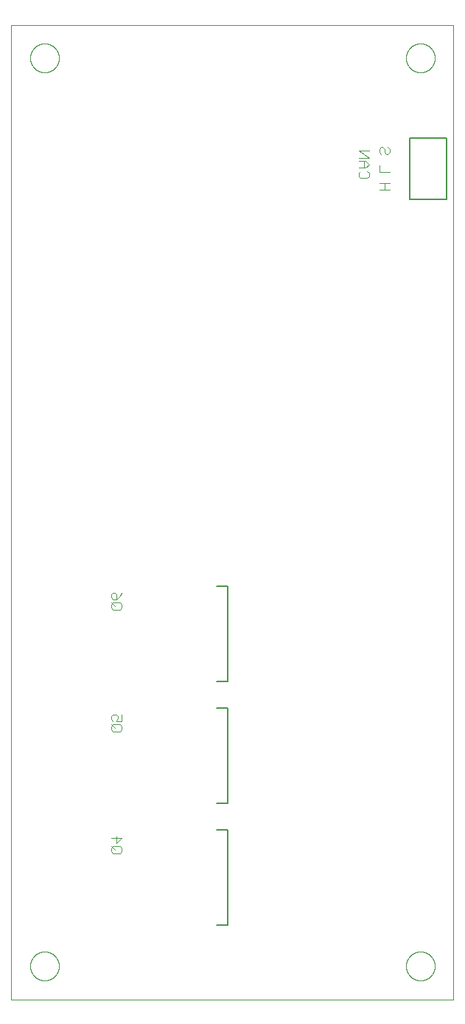
<source format=gbo>
G75*
%MOIN*%
%OFA0B0*%
%FSLAX25Y25*%
%IPPOS*%
%LPD*%
%AMOC8*
5,1,8,0,0,1.08239X$1,22.5*
%
%ADD10C,0.00300*%
%ADD11C,0.00400*%
%ADD12C,0.00800*%
%ADD13C,0.00000*%
%ADD14C,0.00500*%
D10*
X0255000Y0285000D02*
X0455000Y0285000D01*
X0455000Y0725000D01*
X0255000Y0725000D01*
X0255000Y0285000D01*
D11*
X0300967Y0350992D02*
X0300200Y0351759D01*
X0300200Y0353294D01*
X0300967Y0354061D01*
X0304037Y0354061D01*
X0304804Y0353294D01*
X0304804Y0351759D01*
X0304037Y0350992D01*
X0300967Y0350992D01*
X0301735Y0352527D02*
X0300200Y0354061D01*
X0302502Y0355596D02*
X0302502Y0358665D01*
X0304804Y0357898D02*
X0302502Y0355596D01*
X0300200Y0357898D02*
X0304804Y0357898D01*
X0304037Y0405992D02*
X0300967Y0405992D01*
X0300200Y0406759D01*
X0300200Y0408294D01*
X0300967Y0409061D01*
X0304037Y0409061D01*
X0304804Y0408294D01*
X0304804Y0406759D01*
X0304037Y0405992D01*
X0301735Y0407527D02*
X0300200Y0409061D01*
X0300967Y0410596D02*
X0300200Y0411363D01*
X0300200Y0412898D01*
X0300967Y0413665D01*
X0302502Y0413665D01*
X0303269Y0412898D01*
X0303269Y0412131D01*
X0302502Y0410596D01*
X0304804Y0410596D01*
X0304804Y0413665D01*
X0304037Y0460992D02*
X0300967Y0460992D01*
X0300200Y0461759D01*
X0300200Y0463294D01*
X0300967Y0464061D01*
X0304037Y0464061D01*
X0304804Y0463294D01*
X0304804Y0461759D01*
X0304037Y0460992D01*
X0301735Y0462527D02*
X0300200Y0464061D01*
X0300967Y0465596D02*
X0300200Y0466363D01*
X0300200Y0467898D01*
X0300967Y0468665D01*
X0301735Y0468665D01*
X0302502Y0467898D01*
X0302502Y0465596D01*
X0300967Y0465596D01*
X0302502Y0465596D02*
X0304037Y0467131D01*
X0304804Y0468665D01*
X0421450Y0650398D02*
X0426054Y0650398D01*
X0423752Y0650398D02*
X0423752Y0653467D01*
X0426054Y0653467D02*
X0421450Y0653467D01*
X0421450Y0658523D02*
X0421450Y0661592D01*
X0421450Y0658523D02*
X0426054Y0658523D01*
X0425287Y0666648D02*
X0424519Y0666648D01*
X0423752Y0667415D01*
X0423752Y0668950D01*
X0422985Y0669717D01*
X0422217Y0669717D01*
X0421450Y0668950D01*
X0421450Y0667415D01*
X0422217Y0666648D01*
X0425287Y0666648D02*
X0426054Y0667415D01*
X0426054Y0668950D01*
X0425287Y0669717D01*
X0416679Y0668071D02*
X0412075Y0668071D01*
X0416679Y0665002D01*
X0412075Y0665002D01*
X0412075Y0663467D02*
X0415144Y0663467D01*
X0416679Y0661933D01*
X0415144Y0660398D01*
X0412075Y0660398D01*
X0412842Y0658863D02*
X0412075Y0658096D01*
X0412075Y0656561D01*
X0412842Y0655794D01*
X0415912Y0655794D01*
X0416679Y0656561D01*
X0416679Y0658096D01*
X0415912Y0658863D01*
X0414377Y0660398D02*
X0414377Y0663467D01*
D12*
X0352992Y0471654D02*
X0347992Y0471654D01*
X0352992Y0471654D02*
X0352992Y0428346D01*
X0347992Y0428346D01*
X0347992Y0416654D02*
X0352992Y0416654D01*
X0352992Y0373346D01*
X0347992Y0373346D01*
X0347992Y0361654D02*
X0352992Y0361654D01*
X0352992Y0318346D01*
X0347992Y0318346D01*
D13*
X0263500Y0300000D02*
X0263502Y0300161D01*
X0263508Y0300321D01*
X0263518Y0300482D01*
X0263532Y0300642D01*
X0263550Y0300802D01*
X0263571Y0300961D01*
X0263597Y0301120D01*
X0263627Y0301278D01*
X0263660Y0301435D01*
X0263698Y0301592D01*
X0263739Y0301747D01*
X0263784Y0301901D01*
X0263833Y0302054D01*
X0263886Y0302206D01*
X0263942Y0302357D01*
X0264003Y0302506D01*
X0264066Y0302654D01*
X0264134Y0302800D01*
X0264205Y0302944D01*
X0264279Y0303086D01*
X0264357Y0303227D01*
X0264439Y0303365D01*
X0264524Y0303502D01*
X0264612Y0303636D01*
X0264704Y0303768D01*
X0264799Y0303898D01*
X0264897Y0304026D01*
X0264998Y0304151D01*
X0265102Y0304273D01*
X0265209Y0304393D01*
X0265319Y0304510D01*
X0265432Y0304625D01*
X0265548Y0304736D01*
X0265667Y0304845D01*
X0265788Y0304950D01*
X0265912Y0305053D01*
X0266038Y0305153D01*
X0266166Y0305249D01*
X0266297Y0305342D01*
X0266431Y0305432D01*
X0266566Y0305519D01*
X0266704Y0305602D01*
X0266843Y0305682D01*
X0266985Y0305758D01*
X0267128Y0305831D01*
X0267273Y0305900D01*
X0267420Y0305966D01*
X0267568Y0306028D01*
X0267718Y0306086D01*
X0267869Y0306141D01*
X0268022Y0306192D01*
X0268176Y0306239D01*
X0268331Y0306282D01*
X0268487Y0306321D01*
X0268643Y0306357D01*
X0268801Y0306388D01*
X0268959Y0306416D01*
X0269118Y0306440D01*
X0269278Y0306460D01*
X0269438Y0306476D01*
X0269598Y0306488D01*
X0269759Y0306496D01*
X0269920Y0306500D01*
X0270080Y0306500D01*
X0270241Y0306496D01*
X0270402Y0306488D01*
X0270562Y0306476D01*
X0270722Y0306460D01*
X0270882Y0306440D01*
X0271041Y0306416D01*
X0271199Y0306388D01*
X0271357Y0306357D01*
X0271513Y0306321D01*
X0271669Y0306282D01*
X0271824Y0306239D01*
X0271978Y0306192D01*
X0272131Y0306141D01*
X0272282Y0306086D01*
X0272432Y0306028D01*
X0272580Y0305966D01*
X0272727Y0305900D01*
X0272872Y0305831D01*
X0273015Y0305758D01*
X0273157Y0305682D01*
X0273296Y0305602D01*
X0273434Y0305519D01*
X0273569Y0305432D01*
X0273703Y0305342D01*
X0273834Y0305249D01*
X0273962Y0305153D01*
X0274088Y0305053D01*
X0274212Y0304950D01*
X0274333Y0304845D01*
X0274452Y0304736D01*
X0274568Y0304625D01*
X0274681Y0304510D01*
X0274791Y0304393D01*
X0274898Y0304273D01*
X0275002Y0304151D01*
X0275103Y0304026D01*
X0275201Y0303898D01*
X0275296Y0303768D01*
X0275388Y0303636D01*
X0275476Y0303502D01*
X0275561Y0303365D01*
X0275643Y0303227D01*
X0275721Y0303086D01*
X0275795Y0302944D01*
X0275866Y0302800D01*
X0275934Y0302654D01*
X0275997Y0302506D01*
X0276058Y0302357D01*
X0276114Y0302206D01*
X0276167Y0302054D01*
X0276216Y0301901D01*
X0276261Y0301747D01*
X0276302Y0301592D01*
X0276340Y0301435D01*
X0276373Y0301278D01*
X0276403Y0301120D01*
X0276429Y0300961D01*
X0276450Y0300802D01*
X0276468Y0300642D01*
X0276482Y0300482D01*
X0276492Y0300321D01*
X0276498Y0300161D01*
X0276500Y0300000D01*
X0276498Y0299839D01*
X0276492Y0299679D01*
X0276482Y0299518D01*
X0276468Y0299358D01*
X0276450Y0299198D01*
X0276429Y0299039D01*
X0276403Y0298880D01*
X0276373Y0298722D01*
X0276340Y0298565D01*
X0276302Y0298408D01*
X0276261Y0298253D01*
X0276216Y0298099D01*
X0276167Y0297946D01*
X0276114Y0297794D01*
X0276058Y0297643D01*
X0275997Y0297494D01*
X0275934Y0297346D01*
X0275866Y0297200D01*
X0275795Y0297056D01*
X0275721Y0296914D01*
X0275643Y0296773D01*
X0275561Y0296635D01*
X0275476Y0296498D01*
X0275388Y0296364D01*
X0275296Y0296232D01*
X0275201Y0296102D01*
X0275103Y0295974D01*
X0275002Y0295849D01*
X0274898Y0295727D01*
X0274791Y0295607D01*
X0274681Y0295490D01*
X0274568Y0295375D01*
X0274452Y0295264D01*
X0274333Y0295155D01*
X0274212Y0295050D01*
X0274088Y0294947D01*
X0273962Y0294847D01*
X0273834Y0294751D01*
X0273703Y0294658D01*
X0273569Y0294568D01*
X0273434Y0294481D01*
X0273296Y0294398D01*
X0273157Y0294318D01*
X0273015Y0294242D01*
X0272872Y0294169D01*
X0272727Y0294100D01*
X0272580Y0294034D01*
X0272432Y0293972D01*
X0272282Y0293914D01*
X0272131Y0293859D01*
X0271978Y0293808D01*
X0271824Y0293761D01*
X0271669Y0293718D01*
X0271513Y0293679D01*
X0271357Y0293643D01*
X0271199Y0293612D01*
X0271041Y0293584D01*
X0270882Y0293560D01*
X0270722Y0293540D01*
X0270562Y0293524D01*
X0270402Y0293512D01*
X0270241Y0293504D01*
X0270080Y0293500D01*
X0269920Y0293500D01*
X0269759Y0293504D01*
X0269598Y0293512D01*
X0269438Y0293524D01*
X0269278Y0293540D01*
X0269118Y0293560D01*
X0268959Y0293584D01*
X0268801Y0293612D01*
X0268643Y0293643D01*
X0268487Y0293679D01*
X0268331Y0293718D01*
X0268176Y0293761D01*
X0268022Y0293808D01*
X0267869Y0293859D01*
X0267718Y0293914D01*
X0267568Y0293972D01*
X0267420Y0294034D01*
X0267273Y0294100D01*
X0267128Y0294169D01*
X0266985Y0294242D01*
X0266843Y0294318D01*
X0266704Y0294398D01*
X0266566Y0294481D01*
X0266431Y0294568D01*
X0266297Y0294658D01*
X0266166Y0294751D01*
X0266038Y0294847D01*
X0265912Y0294947D01*
X0265788Y0295050D01*
X0265667Y0295155D01*
X0265548Y0295264D01*
X0265432Y0295375D01*
X0265319Y0295490D01*
X0265209Y0295607D01*
X0265102Y0295727D01*
X0264998Y0295849D01*
X0264897Y0295974D01*
X0264799Y0296102D01*
X0264704Y0296232D01*
X0264612Y0296364D01*
X0264524Y0296498D01*
X0264439Y0296635D01*
X0264357Y0296773D01*
X0264279Y0296914D01*
X0264205Y0297056D01*
X0264134Y0297200D01*
X0264066Y0297346D01*
X0264003Y0297494D01*
X0263942Y0297643D01*
X0263886Y0297794D01*
X0263833Y0297946D01*
X0263784Y0298099D01*
X0263739Y0298253D01*
X0263698Y0298408D01*
X0263660Y0298565D01*
X0263627Y0298722D01*
X0263597Y0298880D01*
X0263571Y0299039D01*
X0263550Y0299198D01*
X0263532Y0299358D01*
X0263518Y0299518D01*
X0263508Y0299679D01*
X0263502Y0299839D01*
X0263500Y0300000D01*
X0433500Y0300000D02*
X0433502Y0300161D01*
X0433508Y0300321D01*
X0433518Y0300482D01*
X0433532Y0300642D01*
X0433550Y0300802D01*
X0433571Y0300961D01*
X0433597Y0301120D01*
X0433627Y0301278D01*
X0433660Y0301435D01*
X0433698Y0301592D01*
X0433739Y0301747D01*
X0433784Y0301901D01*
X0433833Y0302054D01*
X0433886Y0302206D01*
X0433942Y0302357D01*
X0434003Y0302506D01*
X0434066Y0302654D01*
X0434134Y0302800D01*
X0434205Y0302944D01*
X0434279Y0303086D01*
X0434357Y0303227D01*
X0434439Y0303365D01*
X0434524Y0303502D01*
X0434612Y0303636D01*
X0434704Y0303768D01*
X0434799Y0303898D01*
X0434897Y0304026D01*
X0434998Y0304151D01*
X0435102Y0304273D01*
X0435209Y0304393D01*
X0435319Y0304510D01*
X0435432Y0304625D01*
X0435548Y0304736D01*
X0435667Y0304845D01*
X0435788Y0304950D01*
X0435912Y0305053D01*
X0436038Y0305153D01*
X0436166Y0305249D01*
X0436297Y0305342D01*
X0436431Y0305432D01*
X0436566Y0305519D01*
X0436704Y0305602D01*
X0436843Y0305682D01*
X0436985Y0305758D01*
X0437128Y0305831D01*
X0437273Y0305900D01*
X0437420Y0305966D01*
X0437568Y0306028D01*
X0437718Y0306086D01*
X0437869Y0306141D01*
X0438022Y0306192D01*
X0438176Y0306239D01*
X0438331Y0306282D01*
X0438487Y0306321D01*
X0438643Y0306357D01*
X0438801Y0306388D01*
X0438959Y0306416D01*
X0439118Y0306440D01*
X0439278Y0306460D01*
X0439438Y0306476D01*
X0439598Y0306488D01*
X0439759Y0306496D01*
X0439920Y0306500D01*
X0440080Y0306500D01*
X0440241Y0306496D01*
X0440402Y0306488D01*
X0440562Y0306476D01*
X0440722Y0306460D01*
X0440882Y0306440D01*
X0441041Y0306416D01*
X0441199Y0306388D01*
X0441357Y0306357D01*
X0441513Y0306321D01*
X0441669Y0306282D01*
X0441824Y0306239D01*
X0441978Y0306192D01*
X0442131Y0306141D01*
X0442282Y0306086D01*
X0442432Y0306028D01*
X0442580Y0305966D01*
X0442727Y0305900D01*
X0442872Y0305831D01*
X0443015Y0305758D01*
X0443157Y0305682D01*
X0443296Y0305602D01*
X0443434Y0305519D01*
X0443569Y0305432D01*
X0443703Y0305342D01*
X0443834Y0305249D01*
X0443962Y0305153D01*
X0444088Y0305053D01*
X0444212Y0304950D01*
X0444333Y0304845D01*
X0444452Y0304736D01*
X0444568Y0304625D01*
X0444681Y0304510D01*
X0444791Y0304393D01*
X0444898Y0304273D01*
X0445002Y0304151D01*
X0445103Y0304026D01*
X0445201Y0303898D01*
X0445296Y0303768D01*
X0445388Y0303636D01*
X0445476Y0303502D01*
X0445561Y0303365D01*
X0445643Y0303227D01*
X0445721Y0303086D01*
X0445795Y0302944D01*
X0445866Y0302800D01*
X0445934Y0302654D01*
X0445997Y0302506D01*
X0446058Y0302357D01*
X0446114Y0302206D01*
X0446167Y0302054D01*
X0446216Y0301901D01*
X0446261Y0301747D01*
X0446302Y0301592D01*
X0446340Y0301435D01*
X0446373Y0301278D01*
X0446403Y0301120D01*
X0446429Y0300961D01*
X0446450Y0300802D01*
X0446468Y0300642D01*
X0446482Y0300482D01*
X0446492Y0300321D01*
X0446498Y0300161D01*
X0446500Y0300000D01*
X0446498Y0299839D01*
X0446492Y0299679D01*
X0446482Y0299518D01*
X0446468Y0299358D01*
X0446450Y0299198D01*
X0446429Y0299039D01*
X0446403Y0298880D01*
X0446373Y0298722D01*
X0446340Y0298565D01*
X0446302Y0298408D01*
X0446261Y0298253D01*
X0446216Y0298099D01*
X0446167Y0297946D01*
X0446114Y0297794D01*
X0446058Y0297643D01*
X0445997Y0297494D01*
X0445934Y0297346D01*
X0445866Y0297200D01*
X0445795Y0297056D01*
X0445721Y0296914D01*
X0445643Y0296773D01*
X0445561Y0296635D01*
X0445476Y0296498D01*
X0445388Y0296364D01*
X0445296Y0296232D01*
X0445201Y0296102D01*
X0445103Y0295974D01*
X0445002Y0295849D01*
X0444898Y0295727D01*
X0444791Y0295607D01*
X0444681Y0295490D01*
X0444568Y0295375D01*
X0444452Y0295264D01*
X0444333Y0295155D01*
X0444212Y0295050D01*
X0444088Y0294947D01*
X0443962Y0294847D01*
X0443834Y0294751D01*
X0443703Y0294658D01*
X0443569Y0294568D01*
X0443434Y0294481D01*
X0443296Y0294398D01*
X0443157Y0294318D01*
X0443015Y0294242D01*
X0442872Y0294169D01*
X0442727Y0294100D01*
X0442580Y0294034D01*
X0442432Y0293972D01*
X0442282Y0293914D01*
X0442131Y0293859D01*
X0441978Y0293808D01*
X0441824Y0293761D01*
X0441669Y0293718D01*
X0441513Y0293679D01*
X0441357Y0293643D01*
X0441199Y0293612D01*
X0441041Y0293584D01*
X0440882Y0293560D01*
X0440722Y0293540D01*
X0440562Y0293524D01*
X0440402Y0293512D01*
X0440241Y0293504D01*
X0440080Y0293500D01*
X0439920Y0293500D01*
X0439759Y0293504D01*
X0439598Y0293512D01*
X0439438Y0293524D01*
X0439278Y0293540D01*
X0439118Y0293560D01*
X0438959Y0293584D01*
X0438801Y0293612D01*
X0438643Y0293643D01*
X0438487Y0293679D01*
X0438331Y0293718D01*
X0438176Y0293761D01*
X0438022Y0293808D01*
X0437869Y0293859D01*
X0437718Y0293914D01*
X0437568Y0293972D01*
X0437420Y0294034D01*
X0437273Y0294100D01*
X0437128Y0294169D01*
X0436985Y0294242D01*
X0436843Y0294318D01*
X0436704Y0294398D01*
X0436566Y0294481D01*
X0436431Y0294568D01*
X0436297Y0294658D01*
X0436166Y0294751D01*
X0436038Y0294847D01*
X0435912Y0294947D01*
X0435788Y0295050D01*
X0435667Y0295155D01*
X0435548Y0295264D01*
X0435432Y0295375D01*
X0435319Y0295490D01*
X0435209Y0295607D01*
X0435102Y0295727D01*
X0434998Y0295849D01*
X0434897Y0295974D01*
X0434799Y0296102D01*
X0434704Y0296232D01*
X0434612Y0296364D01*
X0434524Y0296498D01*
X0434439Y0296635D01*
X0434357Y0296773D01*
X0434279Y0296914D01*
X0434205Y0297056D01*
X0434134Y0297200D01*
X0434066Y0297346D01*
X0434003Y0297494D01*
X0433942Y0297643D01*
X0433886Y0297794D01*
X0433833Y0297946D01*
X0433784Y0298099D01*
X0433739Y0298253D01*
X0433698Y0298408D01*
X0433660Y0298565D01*
X0433627Y0298722D01*
X0433597Y0298880D01*
X0433571Y0299039D01*
X0433550Y0299198D01*
X0433532Y0299358D01*
X0433518Y0299518D01*
X0433508Y0299679D01*
X0433502Y0299839D01*
X0433500Y0300000D01*
X0433500Y0710000D02*
X0433502Y0710161D01*
X0433508Y0710321D01*
X0433518Y0710482D01*
X0433532Y0710642D01*
X0433550Y0710802D01*
X0433571Y0710961D01*
X0433597Y0711120D01*
X0433627Y0711278D01*
X0433660Y0711435D01*
X0433698Y0711592D01*
X0433739Y0711747D01*
X0433784Y0711901D01*
X0433833Y0712054D01*
X0433886Y0712206D01*
X0433942Y0712357D01*
X0434003Y0712506D01*
X0434066Y0712654D01*
X0434134Y0712800D01*
X0434205Y0712944D01*
X0434279Y0713086D01*
X0434357Y0713227D01*
X0434439Y0713365D01*
X0434524Y0713502D01*
X0434612Y0713636D01*
X0434704Y0713768D01*
X0434799Y0713898D01*
X0434897Y0714026D01*
X0434998Y0714151D01*
X0435102Y0714273D01*
X0435209Y0714393D01*
X0435319Y0714510D01*
X0435432Y0714625D01*
X0435548Y0714736D01*
X0435667Y0714845D01*
X0435788Y0714950D01*
X0435912Y0715053D01*
X0436038Y0715153D01*
X0436166Y0715249D01*
X0436297Y0715342D01*
X0436431Y0715432D01*
X0436566Y0715519D01*
X0436704Y0715602D01*
X0436843Y0715682D01*
X0436985Y0715758D01*
X0437128Y0715831D01*
X0437273Y0715900D01*
X0437420Y0715966D01*
X0437568Y0716028D01*
X0437718Y0716086D01*
X0437869Y0716141D01*
X0438022Y0716192D01*
X0438176Y0716239D01*
X0438331Y0716282D01*
X0438487Y0716321D01*
X0438643Y0716357D01*
X0438801Y0716388D01*
X0438959Y0716416D01*
X0439118Y0716440D01*
X0439278Y0716460D01*
X0439438Y0716476D01*
X0439598Y0716488D01*
X0439759Y0716496D01*
X0439920Y0716500D01*
X0440080Y0716500D01*
X0440241Y0716496D01*
X0440402Y0716488D01*
X0440562Y0716476D01*
X0440722Y0716460D01*
X0440882Y0716440D01*
X0441041Y0716416D01*
X0441199Y0716388D01*
X0441357Y0716357D01*
X0441513Y0716321D01*
X0441669Y0716282D01*
X0441824Y0716239D01*
X0441978Y0716192D01*
X0442131Y0716141D01*
X0442282Y0716086D01*
X0442432Y0716028D01*
X0442580Y0715966D01*
X0442727Y0715900D01*
X0442872Y0715831D01*
X0443015Y0715758D01*
X0443157Y0715682D01*
X0443296Y0715602D01*
X0443434Y0715519D01*
X0443569Y0715432D01*
X0443703Y0715342D01*
X0443834Y0715249D01*
X0443962Y0715153D01*
X0444088Y0715053D01*
X0444212Y0714950D01*
X0444333Y0714845D01*
X0444452Y0714736D01*
X0444568Y0714625D01*
X0444681Y0714510D01*
X0444791Y0714393D01*
X0444898Y0714273D01*
X0445002Y0714151D01*
X0445103Y0714026D01*
X0445201Y0713898D01*
X0445296Y0713768D01*
X0445388Y0713636D01*
X0445476Y0713502D01*
X0445561Y0713365D01*
X0445643Y0713227D01*
X0445721Y0713086D01*
X0445795Y0712944D01*
X0445866Y0712800D01*
X0445934Y0712654D01*
X0445997Y0712506D01*
X0446058Y0712357D01*
X0446114Y0712206D01*
X0446167Y0712054D01*
X0446216Y0711901D01*
X0446261Y0711747D01*
X0446302Y0711592D01*
X0446340Y0711435D01*
X0446373Y0711278D01*
X0446403Y0711120D01*
X0446429Y0710961D01*
X0446450Y0710802D01*
X0446468Y0710642D01*
X0446482Y0710482D01*
X0446492Y0710321D01*
X0446498Y0710161D01*
X0446500Y0710000D01*
X0446498Y0709839D01*
X0446492Y0709679D01*
X0446482Y0709518D01*
X0446468Y0709358D01*
X0446450Y0709198D01*
X0446429Y0709039D01*
X0446403Y0708880D01*
X0446373Y0708722D01*
X0446340Y0708565D01*
X0446302Y0708408D01*
X0446261Y0708253D01*
X0446216Y0708099D01*
X0446167Y0707946D01*
X0446114Y0707794D01*
X0446058Y0707643D01*
X0445997Y0707494D01*
X0445934Y0707346D01*
X0445866Y0707200D01*
X0445795Y0707056D01*
X0445721Y0706914D01*
X0445643Y0706773D01*
X0445561Y0706635D01*
X0445476Y0706498D01*
X0445388Y0706364D01*
X0445296Y0706232D01*
X0445201Y0706102D01*
X0445103Y0705974D01*
X0445002Y0705849D01*
X0444898Y0705727D01*
X0444791Y0705607D01*
X0444681Y0705490D01*
X0444568Y0705375D01*
X0444452Y0705264D01*
X0444333Y0705155D01*
X0444212Y0705050D01*
X0444088Y0704947D01*
X0443962Y0704847D01*
X0443834Y0704751D01*
X0443703Y0704658D01*
X0443569Y0704568D01*
X0443434Y0704481D01*
X0443296Y0704398D01*
X0443157Y0704318D01*
X0443015Y0704242D01*
X0442872Y0704169D01*
X0442727Y0704100D01*
X0442580Y0704034D01*
X0442432Y0703972D01*
X0442282Y0703914D01*
X0442131Y0703859D01*
X0441978Y0703808D01*
X0441824Y0703761D01*
X0441669Y0703718D01*
X0441513Y0703679D01*
X0441357Y0703643D01*
X0441199Y0703612D01*
X0441041Y0703584D01*
X0440882Y0703560D01*
X0440722Y0703540D01*
X0440562Y0703524D01*
X0440402Y0703512D01*
X0440241Y0703504D01*
X0440080Y0703500D01*
X0439920Y0703500D01*
X0439759Y0703504D01*
X0439598Y0703512D01*
X0439438Y0703524D01*
X0439278Y0703540D01*
X0439118Y0703560D01*
X0438959Y0703584D01*
X0438801Y0703612D01*
X0438643Y0703643D01*
X0438487Y0703679D01*
X0438331Y0703718D01*
X0438176Y0703761D01*
X0438022Y0703808D01*
X0437869Y0703859D01*
X0437718Y0703914D01*
X0437568Y0703972D01*
X0437420Y0704034D01*
X0437273Y0704100D01*
X0437128Y0704169D01*
X0436985Y0704242D01*
X0436843Y0704318D01*
X0436704Y0704398D01*
X0436566Y0704481D01*
X0436431Y0704568D01*
X0436297Y0704658D01*
X0436166Y0704751D01*
X0436038Y0704847D01*
X0435912Y0704947D01*
X0435788Y0705050D01*
X0435667Y0705155D01*
X0435548Y0705264D01*
X0435432Y0705375D01*
X0435319Y0705490D01*
X0435209Y0705607D01*
X0435102Y0705727D01*
X0434998Y0705849D01*
X0434897Y0705974D01*
X0434799Y0706102D01*
X0434704Y0706232D01*
X0434612Y0706364D01*
X0434524Y0706498D01*
X0434439Y0706635D01*
X0434357Y0706773D01*
X0434279Y0706914D01*
X0434205Y0707056D01*
X0434134Y0707200D01*
X0434066Y0707346D01*
X0434003Y0707494D01*
X0433942Y0707643D01*
X0433886Y0707794D01*
X0433833Y0707946D01*
X0433784Y0708099D01*
X0433739Y0708253D01*
X0433698Y0708408D01*
X0433660Y0708565D01*
X0433627Y0708722D01*
X0433597Y0708880D01*
X0433571Y0709039D01*
X0433550Y0709198D01*
X0433532Y0709358D01*
X0433518Y0709518D01*
X0433508Y0709679D01*
X0433502Y0709839D01*
X0433500Y0710000D01*
X0263500Y0710000D02*
X0263502Y0710161D01*
X0263508Y0710321D01*
X0263518Y0710482D01*
X0263532Y0710642D01*
X0263550Y0710802D01*
X0263571Y0710961D01*
X0263597Y0711120D01*
X0263627Y0711278D01*
X0263660Y0711435D01*
X0263698Y0711592D01*
X0263739Y0711747D01*
X0263784Y0711901D01*
X0263833Y0712054D01*
X0263886Y0712206D01*
X0263942Y0712357D01*
X0264003Y0712506D01*
X0264066Y0712654D01*
X0264134Y0712800D01*
X0264205Y0712944D01*
X0264279Y0713086D01*
X0264357Y0713227D01*
X0264439Y0713365D01*
X0264524Y0713502D01*
X0264612Y0713636D01*
X0264704Y0713768D01*
X0264799Y0713898D01*
X0264897Y0714026D01*
X0264998Y0714151D01*
X0265102Y0714273D01*
X0265209Y0714393D01*
X0265319Y0714510D01*
X0265432Y0714625D01*
X0265548Y0714736D01*
X0265667Y0714845D01*
X0265788Y0714950D01*
X0265912Y0715053D01*
X0266038Y0715153D01*
X0266166Y0715249D01*
X0266297Y0715342D01*
X0266431Y0715432D01*
X0266566Y0715519D01*
X0266704Y0715602D01*
X0266843Y0715682D01*
X0266985Y0715758D01*
X0267128Y0715831D01*
X0267273Y0715900D01*
X0267420Y0715966D01*
X0267568Y0716028D01*
X0267718Y0716086D01*
X0267869Y0716141D01*
X0268022Y0716192D01*
X0268176Y0716239D01*
X0268331Y0716282D01*
X0268487Y0716321D01*
X0268643Y0716357D01*
X0268801Y0716388D01*
X0268959Y0716416D01*
X0269118Y0716440D01*
X0269278Y0716460D01*
X0269438Y0716476D01*
X0269598Y0716488D01*
X0269759Y0716496D01*
X0269920Y0716500D01*
X0270080Y0716500D01*
X0270241Y0716496D01*
X0270402Y0716488D01*
X0270562Y0716476D01*
X0270722Y0716460D01*
X0270882Y0716440D01*
X0271041Y0716416D01*
X0271199Y0716388D01*
X0271357Y0716357D01*
X0271513Y0716321D01*
X0271669Y0716282D01*
X0271824Y0716239D01*
X0271978Y0716192D01*
X0272131Y0716141D01*
X0272282Y0716086D01*
X0272432Y0716028D01*
X0272580Y0715966D01*
X0272727Y0715900D01*
X0272872Y0715831D01*
X0273015Y0715758D01*
X0273157Y0715682D01*
X0273296Y0715602D01*
X0273434Y0715519D01*
X0273569Y0715432D01*
X0273703Y0715342D01*
X0273834Y0715249D01*
X0273962Y0715153D01*
X0274088Y0715053D01*
X0274212Y0714950D01*
X0274333Y0714845D01*
X0274452Y0714736D01*
X0274568Y0714625D01*
X0274681Y0714510D01*
X0274791Y0714393D01*
X0274898Y0714273D01*
X0275002Y0714151D01*
X0275103Y0714026D01*
X0275201Y0713898D01*
X0275296Y0713768D01*
X0275388Y0713636D01*
X0275476Y0713502D01*
X0275561Y0713365D01*
X0275643Y0713227D01*
X0275721Y0713086D01*
X0275795Y0712944D01*
X0275866Y0712800D01*
X0275934Y0712654D01*
X0275997Y0712506D01*
X0276058Y0712357D01*
X0276114Y0712206D01*
X0276167Y0712054D01*
X0276216Y0711901D01*
X0276261Y0711747D01*
X0276302Y0711592D01*
X0276340Y0711435D01*
X0276373Y0711278D01*
X0276403Y0711120D01*
X0276429Y0710961D01*
X0276450Y0710802D01*
X0276468Y0710642D01*
X0276482Y0710482D01*
X0276492Y0710321D01*
X0276498Y0710161D01*
X0276500Y0710000D01*
X0276498Y0709839D01*
X0276492Y0709679D01*
X0276482Y0709518D01*
X0276468Y0709358D01*
X0276450Y0709198D01*
X0276429Y0709039D01*
X0276403Y0708880D01*
X0276373Y0708722D01*
X0276340Y0708565D01*
X0276302Y0708408D01*
X0276261Y0708253D01*
X0276216Y0708099D01*
X0276167Y0707946D01*
X0276114Y0707794D01*
X0276058Y0707643D01*
X0275997Y0707494D01*
X0275934Y0707346D01*
X0275866Y0707200D01*
X0275795Y0707056D01*
X0275721Y0706914D01*
X0275643Y0706773D01*
X0275561Y0706635D01*
X0275476Y0706498D01*
X0275388Y0706364D01*
X0275296Y0706232D01*
X0275201Y0706102D01*
X0275103Y0705974D01*
X0275002Y0705849D01*
X0274898Y0705727D01*
X0274791Y0705607D01*
X0274681Y0705490D01*
X0274568Y0705375D01*
X0274452Y0705264D01*
X0274333Y0705155D01*
X0274212Y0705050D01*
X0274088Y0704947D01*
X0273962Y0704847D01*
X0273834Y0704751D01*
X0273703Y0704658D01*
X0273569Y0704568D01*
X0273434Y0704481D01*
X0273296Y0704398D01*
X0273157Y0704318D01*
X0273015Y0704242D01*
X0272872Y0704169D01*
X0272727Y0704100D01*
X0272580Y0704034D01*
X0272432Y0703972D01*
X0272282Y0703914D01*
X0272131Y0703859D01*
X0271978Y0703808D01*
X0271824Y0703761D01*
X0271669Y0703718D01*
X0271513Y0703679D01*
X0271357Y0703643D01*
X0271199Y0703612D01*
X0271041Y0703584D01*
X0270882Y0703560D01*
X0270722Y0703540D01*
X0270562Y0703524D01*
X0270402Y0703512D01*
X0270241Y0703504D01*
X0270080Y0703500D01*
X0269920Y0703500D01*
X0269759Y0703504D01*
X0269598Y0703512D01*
X0269438Y0703524D01*
X0269278Y0703540D01*
X0269118Y0703560D01*
X0268959Y0703584D01*
X0268801Y0703612D01*
X0268643Y0703643D01*
X0268487Y0703679D01*
X0268331Y0703718D01*
X0268176Y0703761D01*
X0268022Y0703808D01*
X0267869Y0703859D01*
X0267718Y0703914D01*
X0267568Y0703972D01*
X0267420Y0704034D01*
X0267273Y0704100D01*
X0267128Y0704169D01*
X0266985Y0704242D01*
X0266843Y0704318D01*
X0266704Y0704398D01*
X0266566Y0704481D01*
X0266431Y0704568D01*
X0266297Y0704658D01*
X0266166Y0704751D01*
X0266038Y0704847D01*
X0265912Y0704947D01*
X0265788Y0705050D01*
X0265667Y0705155D01*
X0265548Y0705264D01*
X0265432Y0705375D01*
X0265319Y0705490D01*
X0265209Y0705607D01*
X0265102Y0705727D01*
X0264998Y0705849D01*
X0264897Y0705974D01*
X0264799Y0706102D01*
X0264704Y0706232D01*
X0264612Y0706364D01*
X0264524Y0706498D01*
X0264439Y0706635D01*
X0264357Y0706773D01*
X0264279Y0706914D01*
X0264205Y0707056D01*
X0264134Y0707200D01*
X0264066Y0707346D01*
X0264003Y0707494D01*
X0263942Y0707643D01*
X0263886Y0707794D01*
X0263833Y0707946D01*
X0263784Y0708099D01*
X0263739Y0708253D01*
X0263698Y0708408D01*
X0263660Y0708565D01*
X0263627Y0708722D01*
X0263597Y0708880D01*
X0263571Y0709039D01*
X0263550Y0709198D01*
X0263532Y0709358D01*
X0263518Y0709518D01*
X0263508Y0709679D01*
X0263502Y0709839D01*
X0263500Y0710000D01*
D14*
X0435172Y0673780D02*
X0435172Y0646220D01*
X0451905Y0646220D01*
X0451905Y0673780D01*
X0435172Y0673780D01*
M02*

</source>
